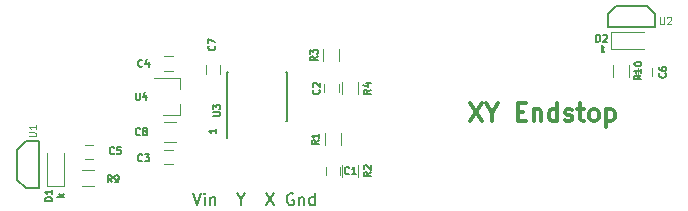
<source format=gbr>
G04 #@! TF.GenerationSoftware,KiCad,Pcbnew,(5.1.5)-3*
G04 #@! TF.CreationDate,2020-05-08T15:12:23-04:00*
G04 #@! TF.ProjectId,Hall_Effect_Endstop,48616c6c-5f45-4666-9665-63745f456e64,A*
G04 #@! TF.SameCoordinates,Original*
G04 #@! TF.FileFunction,Legend,Top*
G04 #@! TF.FilePolarity,Positive*
%FSLAX46Y46*%
G04 Gerber Fmt 4.6, Leading zero omitted, Abs format (unit mm)*
G04 Created by KiCad (PCBNEW (5.1.5)-3) date 2020-05-08 15:12:23*
%MOMM*%
%LPD*%
G04 APERTURE LIST*
%ADD10C,0.150000*%
%ADD11C,0.300000*%
%ADD12C,0.120000*%
G04 APERTURE END LIST*
D10*
X137361904Y-109384380D02*
X137695238Y-110384380D01*
X138028571Y-109384380D01*
X138361904Y-110384380D02*
X138361904Y-109717714D01*
X138361904Y-109384380D02*
X138314285Y-109432000D01*
X138361904Y-109479619D01*
X138409523Y-109432000D01*
X138361904Y-109384380D01*
X138361904Y-109479619D01*
X138838095Y-109717714D02*
X138838095Y-110384380D01*
X138838095Y-109812952D02*
X138885714Y-109765333D01*
X138980952Y-109717714D01*
X139123809Y-109717714D01*
X139219047Y-109765333D01*
X139266666Y-109860571D01*
X139266666Y-110384380D01*
X141457142Y-109908190D02*
X141457142Y-110384380D01*
X141123809Y-109384380D02*
X141457142Y-109908190D01*
X141790476Y-109384380D01*
X143552380Y-109384380D02*
X144219047Y-110384380D01*
X144219047Y-109384380D02*
X143552380Y-110384380D01*
X145885714Y-109432000D02*
X145790476Y-109384380D01*
X145647619Y-109384380D01*
X145504761Y-109432000D01*
X145409523Y-109527238D01*
X145361904Y-109622476D01*
X145314285Y-109812952D01*
X145314285Y-109955809D01*
X145361904Y-110146285D01*
X145409523Y-110241523D01*
X145504761Y-110336761D01*
X145647619Y-110384380D01*
X145742857Y-110384380D01*
X145885714Y-110336761D01*
X145933333Y-110289142D01*
X145933333Y-109955809D01*
X145742857Y-109955809D01*
X146361904Y-109717714D02*
X146361904Y-110384380D01*
X146361904Y-109812952D02*
X146409523Y-109765333D01*
X146504761Y-109717714D01*
X146647619Y-109717714D01*
X146742857Y-109765333D01*
X146790476Y-109860571D01*
X146790476Y-110384380D01*
X147695238Y-110384380D02*
X147695238Y-109384380D01*
X147695238Y-110336761D02*
X147600000Y-110384380D01*
X147409523Y-110384380D01*
X147314285Y-110336761D01*
X147266666Y-110289142D01*
X147219047Y-110193904D01*
X147219047Y-109908190D01*
X147266666Y-109812952D01*
X147314285Y-109765333D01*
X147409523Y-109717714D01*
X147600000Y-109717714D01*
X147695238Y-109765333D01*
X139336428Y-103968571D02*
X139336428Y-104311428D01*
X139336428Y-104140000D02*
X138736428Y-104140000D01*
X138822142Y-104197142D01*
X138879285Y-104254285D01*
X138907857Y-104311428D01*
X171985000Y-97426428D02*
X171985000Y-96826428D01*
X172042142Y-97197857D02*
X172213571Y-97426428D01*
X172213571Y-97026428D02*
X171985000Y-97255000D01*
X126471428Y-109700000D02*
X125871428Y-109700000D01*
X126242857Y-109642857D02*
X126471428Y-109471428D01*
X126071428Y-109471428D02*
X126300000Y-109700000D01*
D11*
X160857142Y-101778571D02*
X161857142Y-103278571D01*
X161857142Y-101778571D02*
X160857142Y-103278571D01*
X162714285Y-102564285D02*
X162714285Y-103278571D01*
X162214285Y-101778571D02*
X162714285Y-102564285D01*
X163214285Y-101778571D01*
X164857142Y-102492857D02*
X165357142Y-102492857D01*
X165571428Y-103278571D02*
X164857142Y-103278571D01*
X164857142Y-101778571D01*
X165571428Y-101778571D01*
X166214285Y-102278571D02*
X166214285Y-103278571D01*
X166214285Y-102421428D02*
X166285714Y-102350000D01*
X166428571Y-102278571D01*
X166642857Y-102278571D01*
X166785714Y-102350000D01*
X166857142Y-102492857D01*
X166857142Y-103278571D01*
X168214285Y-103278571D02*
X168214285Y-101778571D01*
X168214285Y-103207142D02*
X168071428Y-103278571D01*
X167785714Y-103278571D01*
X167642857Y-103207142D01*
X167571428Y-103135714D01*
X167500000Y-102992857D01*
X167500000Y-102564285D01*
X167571428Y-102421428D01*
X167642857Y-102350000D01*
X167785714Y-102278571D01*
X168071428Y-102278571D01*
X168214285Y-102350000D01*
X168857142Y-103207142D02*
X169000000Y-103278571D01*
X169285714Y-103278571D01*
X169428571Y-103207142D01*
X169500000Y-103064285D01*
X169500000Y-102992857D01*
X169428571Y-102850000D01*
X169285714Y-102778571D01*
X169071428Y-102778571D01*
X168928571Y-102707142D01*
X168857142Y-102564285D01*
X168857142Y-102492857D01*
X168928571Y-102350000D01*
X169071428Y-102278571D01*
X169285714Y-102278571D01*
X169428571Y-102350000D01*
X169928571Y-102278571D02*
X170500000Y-102278571D01*
X170142857Y-101778571D02*
X170142857Y-103064285D01*
X170214285Y-103207142D01*
X170357142Y-103278571D01*
X170500000Y-103278571D01*
X171214285Y-103278571D02*
X171071428Y-103207142D01*
X171000000Y-103135714D01*
X170928571Y-102992857D01*
X170928571Y-102564285D01*
X171000000Y-102421428D01*
X171071428Y-102350000D01*
X171214285Y-102278571D01*
X171428571Y-102278571D01*
X171571428Y-102350000D01*
X171642857Y-102421428D01*
X171714285Y-102564285D01*
X171714285Y-102992857D01*
X171642857Y-103135714D01*
X171571428Y-103207142D01*
X171428571Y-103278571D01*
X171214285Y-103278571D01*
X172357142Y-102278571D02*
X172357142Y-103778571D01*
X172357142Y-102350000D02*
X172500000Y-102278571D01*
X172785714Y-102278571D01*
X172928571Y-102350000D01*
X173000000Y-102421428D01*
X173071428Y-102564285D01*
X173071428Y-102992857D01*
X173000000Y-103135714D01*
X172928571Y-103207142D01*
X172785714Y-103278571D01*
X172500000Y-103278571D01*
X172357142Y-103207142D01*
D12*
X136260000Y-102780000D02*
X134800000Y-102780000D01*
X136260000Y-99620000D02*
X134100000Y-99620000D01*
X136260000Y-99620000D02*
X136260000Y-100550000D01*
X136260000Y-102780000D02*
X136260000Y-101850000D01*
D10*
X140275000Y-103275000D02*
X140275000Y-104675000D01*
X145375000Y-103275000D02*
X145375000Y-99125000D01*
X140225000Y-103275000D02*
X140225000Y-99125000D01*
X145375000Y-103275000D02*
X145230000Y-103275000D01*
X145375000Y-99125000D02*
X145230000Y-99125000D01*
X140225000Y-99125000D02*
X140370000Y-99125000D01*
X140225000Y-103275000D02*
X140275000Y-103275000D01*
X174500000Y-95300000D02*
X176500000Y-95300000D01*
X174500000Y-95300000D02*
X172500000Y-95300000D01*
X176500000Y-94200000D02*
X175800000Y-93500000D01*
X176500000Y-95300000D02*
X176500000Y-94200000D01*
X173200000Y-93500000D02*
X172500000Y-94200000D01*
X172500000Y-95300000D02*
X172500000Y-94200000D01*
X175800000Y-93500000D02*
X173200000Y-93500000D01*
X124300000Y-106980000D02*
X124300000Y-104980000D01*
X124300000Y-106980000D02*
X124300000Y-108980000D01*
X123200000Y-104980000D02*
X122500000Y-105680000D01*
X124300000Y-104980000D02*
X123200000Y-104980000D01*
X122500000Y-108280000D02*
X123200000Y-108980000D01*
X124300000Y-108980000D02*
X123200000Y-108980000D01*
X122500000Y-105680000D02*
X122500000Y-108280000D01*
D12*
X174298400Y-98522400D02*
X174298400Y-99522400D01*
X172938400Y-99522400D02*
X172938400Y-98522400D01*
X128008000Y-107410200D02*
X129008000Y-107410200D01*
X129008000Y-108770200D02*
X128008000Y-108770200D01*
X151380000Y-100000000D02*
X151380000Y-101000000D01*
X150020000Y-101000000D02*
X150020000Y-100000000D01*
X148420000Y-98200000D02*
X148420000Y-97200000D01*
X149780000Y-97200000D02*
X149780000Y-98200000D01*
X151380000Y-107000000D02*
X151380000Y-108000000D01*
X150020000Y-108000000D02*
X150020000Y-107000000D01*
X148520000Y-105300000D02*
X148520000Y-104300000D01*
X149880000Y-104300000D02*
X149880000Y-105300000D01*
X172758200Y-95731600D02*
X175558200Y-95731600D01*
X172758200Y-97131600D02*
X175558200Y-97131600D01*
X172758200Y-95731600D02*
X172758200Y-97131600D01*
X125050000Y-108800000D02*
X125050000Y-106000000D01*
X126450000Y-108800000D02*
X126450000Y-106000000D01*
X125050000Y-108800000D02*
X126450000Y-108800000D01*
X135900000Y-103350000D02*
X134900000Y-103350000D01*
X134900000Y-105050000D02*
X135900000Y-105050000D01*
X139700000Y-98550000D02*
X139700000Y-99250000D01*
X138500000Y-99250000D02*
X138500000Y-98550000D01*
X176250400Y-98774000D02*
X176250400Y-99474000D01*
X175050400Y-99474000D02*
X175050400Y-98774000D01*
X128222200Y-105305800D02*
X128922200Y-105305800D01*
X128922200Y-106505800D02*
X128222200Y-106505800D01*
X135650000Y-99000000D02*
X134950000Y-99000000D01*
X134950000Y-97800000D02*
X135650000Y-97800000D01*
X135650000Y-106900000D02*
X134950000Y-106900000D01*
X134950000Y-105700000D02*
X135650000Y-105700000D01*
X149700000Y-100150000D02*
X149700000Y-100850000D01*
X148500000Y-100850000D02*
X148500000Y-100150000D01*
X149800000Y-107150000D02*
X149800000Y-107850000D01*
X148600000Y-107850000D02*
X148600000Y-107150000D01*
D10*
X132542857Y-100871428D02*
X132542857Y-101357142D01*
X132571428Y-101414285D01*
X132600000Y-101442857D01*
X132657142Y-101471428D01*
X132771428Y-101471428D01*
X132828571Y-101442857D01*
X132857142Y-101414285D01*
X132885714Y-101357142D01*
X132885714Y-100871428D01*
X133428571Y-101071428D02*
X133428571Y-101471428D01*
X133285714Y-100842857D02*
X133142857Y-101271428D01*
X133514285Y-101271428D01*
X139071428Y-102857142D02*
X139557142Y-102857142D01*
X139614285Y-102828571D01*
X139642857Y-102800000D01*
X139671428Y-102742857D01*
X139671428Y-102628571D01*
X139642857Y-102571428D01*
X139614285Y-102542857D01*
X139557142Y-102514285D01*
X139071428Y-102514285D01*
X139071428Y-102285714D02*
X139071428Y-101914285D01*
X139300000Y-102114285D01*
X139300000Y-102028571D01*
X139328571Y-101971428D01*
X139357142Y-101942857D01*
X139414285Y-101914285D01*
X139557142Y-101914285D01*
X139614285Y-101942857D01*
X139642857Y-101971428D01*
X139671428Y-102028571D01*
X139671428Y-102200000D01*
X139642857Y-102257142D01*
X139614285Y-102285714D01*
D12*
X176922857Y-94471428D02*
X176922857Y-94957142D01*
X176951428Y-95014285D01*
X176980000Y-95042857D01*
X177037142Y-95071428D01*
X177151428Y-95071428D01*
X177208571Y-95042857D01*
X177237142Y-95014285D01*
X177265714Y-94957142D01*
X177265714Y-94471428D01*
X177522857Y-94528571D02*
X177551428Y-94500000D01*
X177608571Y-94471428D01*
X177751428Y-94471428D01*
X177808571Y-94500000D01*
X177837142Y-94528571D01*
X177865714Y-94585714D01*
X177865714Y-94642857D01*
X177837142Y-94728571D01*
X177494285Y-95071428D01*
X177865714Y-95071428D01*
X123471428Y-104557142D02*
X123957142Y-104557142D01*
X124014285Y-104528571D01*
X124042857Y-104500000D01*
X124071428Y-104442857D01*
X124071428Y-104328571D01*
X124042857Y-104271428D01*
X124014285Y-104242857D01*
X123957142Y-104214285D01*
X123471428Y-104214285D01*
X124071428Y-103614285D02*
X124071428Y-103957142D01*
X124071428Y-103785714D02*
X123471428Y-103785714D01*
X123557142Y-103842857D01*
X123614285Y-103900000D01*
X123642857Y-103957142D01*
D10*
X175339828Y-99408114D02*
X175054114Y-99608114D01*
X175339828Y-99750971D02*
X174739828Y-99750971D01*
X174739828Y-99522400D01*
X174768400Y-99465257D01*
X174796971Y-99436685D01*
X174854114Y-99408114D01*
X174939828Y-99408114D01*
X174996971Y-99436685D01*
X175025542Y-99465257D01*
X175054114Y-99522400D01*
X175054114Y-99750971D01*
X175339828Y-98836685D02*
X175339828Y-99179542D01*
X175339828Y-99008114D02*
X174739828Y-99008114D01*
X174825542Y-99065257D01*
X174882685Y-99122400D01*
X174911257Y-99179542D01*
X174739828Y-98465257D02*
X174739828Y-98408114D01*
X174768400Y-98350971D01*
X174796971Y-98322400D01*
X174854114Y-98293828D01*
X174968400Y-98265257D01*
X175111257Y-98265257D01*
X175225542Y-98293828D01*
X175282685Y-98322400D01*
X175311257Y-98350971D01*
X175339828Y-98408114D01*
X175339828Y-98465257D01*
X175311257Y-98522400D01*
X175282685Y-98550971D01*
X175225542Y-98579542D01*
X175111257Y-98608114D01*
X174968400Y-98608114D01*
X174854114Y-98579542D01*
X174796971Y-98550971D01*
X174768400Y-98522400D01*
X174739828Y-98465257D01*
X130500000Y-108471428D02*
X130300000Y-108185714D01*
X130157142Y-108471428D02*
X130157142Y-107871428D01*
X130385714Y-107871428D01*
X130442857Y-107900000D01*
X130471428Y-107928571D01*
X130500000Y-107985714D01*
X130500000Y-108071428D01*
X130471428Y-108128571D01*
X130442857Y-108157142D01*
X130385714Y-108185714D01*
X130157142Y-108185714D01*
X130785714Y-108471428D02*
X130900000Y-108471428D01*
X130957142Y-108442857D01*
X130985714Y-108414285D01*
X131042857Y-108328571D01*
X131071428Y-108214285D01*
X131071428Y-107985714D01*
X131042857Y-107928571D01*
X131014285Y-107900000D01*
X130957142Y-107871428D01*
X130842857Y-107871428D01*
X130785714Y-107900000D01*
X130757142Y-107928571D01*
X130728571Y-107985714D01*
X130728571Y-108128571D01*
X130757142Y-108185714D01*
X130785714Y-108214285D01*
X130842857Y-108242857D01*
X130957142Y-108242857D01*
X131014285Y-108214285D01*
X131042857Y-108185714D01*
X131071428Y-108128571D01*
X152421428Y-100600000D02*
X152135714Y-100800000D01*
X152421428Y-100942857D02*
X151821428Y-100942857D01*
X151821428Y-100714285D01*
X151850000Y-100657142D01*
X151878571Y-100628571D01*
X151935714Y-100600000D01*
X152021428Y-100600000D01*
X152078571Y-100628571D01*
X152107142Y-100657142D01*
X152135714Y-100714285D01*
X152135714Y-100942857D01*
X152021428Y-100085714D02*
X152421428Y-100085714D01*
X151792857Y-100228571D02*
X152221428Y-100371428D01*
X152221428Y-100000000D01*
X147921428Y-97800000D02*
X147635714Y-98000000D01*
X147921428Y-98142857D02*
X147321428Y-98142857D01*
X147321428Y-97914285D01*
X147350000Y-97857142D01*
X147378571Y-97828571D01*
X147435714Y-97800000D01*
X147521428Y-97800000D01*
X147578571Y-97828571D01*
X147607142Y-97857142D01*
X147635714Y-97914285D01*
X147635714Y-98142857D01*
X147321428Y-97600000D02*
X147321428Y-97228571D01*
X147550000Y-97428571D01*
X147550000Y-97342857D01*
X147578571Y-97285714D01*
X147607142Y-97257142D01*
X147664285Y-97228571D01*
X147807142Y-97228571D01*
X147864285Y-97257142D01*
X147892857Y-97285714D01*
X147921428Y-97342857D01*
X147921428Y-97514285D01*
X147892857Y-97571428D01*
X147864285Y-97600000D01*
X152421428Y-107600000D02*
X152135714Y-107800000D01*
X152421428Y-107942857D02*
X151821428Y-107942857D01*
X151821428Y-107714285D01*
X151850000Y-107657142D01*
X151878571Y-107628571D01*
X151935714Y-107600000D01*
X152021428Y-107600000D01*
X152078571Y-107628571D01*
X152107142Y-107657142D01*
X152135714Y-107714285D01*
X152135714Y-107942857D01*
X151878571Y-107371428D02*
X151850000Y-107342857D01*
X151821428Y-107285714D01*
X151821428Y-107142857D01*
X151850000Y-107085714D01*
X151878571Y-107057142D01*
X151935714Y-107028571D01*
X151992857Y-107028571D01*
X152078571Y-107057142D01*
X152421428Y-107400000D01*
X152421428Y-107028571D01*
X148021428Y-104900000D02*
X147735714Y-105100000D01*
X148021428Y-105242857D02*
X147421428Y-105242857D01*
X147421428Y-105014285D01*
X147450000Y-104957142D01*
X147478571Y-104928571D01*
X147535714Y-104900000D01*
X147621428Y-104900000D01*
X147678571Y-104928571D01*
X147707142Y-104957142D01*
X147735714Y-105014285D01*
X147735714Y-105242857D01*
X148021428Y-104328571D02*
X148021428Y-104671428D01*
X148021428Y-104500000D02*
X147421428Y-104500000D01*
X147507142Y-104557142D01*
X147564285Y-104614285D01*
X147592857Y-104671428D01*
X171517142Y-96549428D02*
X171517142Y-95949428D01*
X171660000Y-95949428D01*
X171745714Y-95978000D01*
X171802857Y-96035142D01*
X171831428Y-96092285D01*
X171860000Y-96206571D01*
X171860000Y-96292285D01*
X171831428Y-96406571D01*
X171802857Y-96463714D01*
X171745714Y-96520857D01*
X171660000Y-96549428D01*
X171517142Y-96549428D01*
X172088571Y-96006571D02*
X172117142Y-95978000D01*
X172174285Y-95949428D01*
X172317142Y-95949428D01*
X172374285Y-95978000D01*
X172402857Y-96006571D01*
X172431428Y-96063714D01*
X172431428Y-96120857D01*
X172402857Y-96206571D01*
X172060000Y-96549428D01*
X172431428Y-96549428D01*
X125471428Y-110042857D02*
X124871428Y-110042857D01*
X124871428Y-109900000D01*
X124900000Y-109814285D01*
X124957142Y-109757142D01*
X125014285Y-109728571D01*
X125128571Y-109700000D01*
X125214285Y-109700000D01*
X125328571Y-109728571D01*
X125385714Y-109757142D01*
X125442857Y-109814285D01*
X125471428Y-109900000D01*
X125471428Y-110042857D01*
X125471428Y-109128571D02*
X125471428Y-109471428D01*
X125471428Y-109300000D02*
X124871428Y-109300000D01*
X124957142Y-109357142D01*
X125014285Y-109414285D01*
X125042857Y-109471428D01*
X132900000Y-104414285D02*
X132871428Y-104442857D01*
X132785714Y-104471428D01*
X132728571Y-104471428D01*
X132642857Y-104442857D01*
X132585714Y-104385714D01*
X132557142Y-104328571D01*
X132528571Y-104214285D01*
X132528571Y-104128571D01*
X132557142Y-104014285D01*
X132585714Y-103957142D01*
X132642857Y-103900000D01*
X132728571Y-103871428D01*
X132785714Y-103871428D01*
X132871428Y-103900000D01*
X132900000Y-103928571D01*
X133242857Y-104128571D02*
X133185714Y-104100000D01*
X133157142Y-104071428D01*
X133128571Y-104014285D01*
X133128571Y-103985714D01*
X133157142Y-103928571D01*
X133185714Y-103900000D01*
X133242857Y-103871428D01*
X133357142Y-103871428D01*
X133414285Y-103900000D01*
X133442857Y-103928571D01*
X133471428Y-103985714D01*
X133471428Y-104014285D01*
X133442857Y-104071428D01*
X133414285Y-104100000D01*
X133357142Y-104128571D01*
X133242857Y-104128571D01*
X133185714Y-104157142D01*
X133157142Y-104185714D01*
X133128571Y-104242857D01*
X133128571Y-104357142D01*
X133157142Y-104414285D01*
X133185714Y-104442857D01*
X133242857Y-104471428D01*
X133357142Y-104471428D01*
X133414285Y-104442857D01*
X133442857Y-104414285D01*
X133471428Y-104357142D01*
X133471428Y-104242857D01*
X133442857Y-104185714D01*
X133414285Y-104157142D01*
X133357142Y-104128571D01*
X139214285Y-96900000D02*
X139242857Y-96928571D01*
X139271428Y-97014285D01*
X139271428Y-97071428D01*
X139242857Y-97157142D01*
X139185714Y-97214285D01*
X139128571Y-97242857D01*
X139014285Y-97271428D01*
X138928571Y-97271428D01*
X138814285Y-97242857D01*
X138757142Y-97214285D01*
X138700000Y-97157142D01*
X138671428Y-97071428D01*
X138671428Y-97014285D01*
X138700000Y-96928571D01*
X138728571Y-96900000D01*
X138671428Y-96700000D02*
X138671428Y-96300000D01*
X139271428Y-96557142D01*
X177364685Y-99224000D02*
X177393257Y-99252571D01*
X177421828Y-99338285D01*
X177421828Y-99395428D01*
X177393257Y-99481142D01*
X177336114Y-99538285D01*
X177278971Y-99566857D01*
X177164685Y-99595428D01*
X177078971Y-99595428D01*
X176964685Y-99566857D01*
X176907542Y-99538285D01*
X176850400Y-99481142D01*
X176821828Y-99395428D01*
X176821828Y-99338285D01*
X176850400Y-99252571D01*
X176878971Y-99224000D01*
X176821828Y-98709714D02*
X176821828Y-98824000D01*
X176850400Y-98881142D01*
X176878971Y-98909714D01*
X176964685Y-98966857D01*
X177078971Y-98995428D01*
X177307542Y-98995428D01*
X177364685Y-98966857D01*
X177393257Y-98938285D01*
X177421828Y-98881142D01*
X177421828Y-98766857D01*
X177393257Y-98709714D01*
X177364685Y-98681142D01*
X177307542Y-98652571D01*
X177164685Y-98652571D01*
X177107542Y-98681142D01*
X177078971Y-98709714D01*
X177050400Y-98766857D01*
X177050400Y-98881142D01*
X177078971Y-98938285D01*
X177107542Y-98966857D01*
X177164685Y-98995428D01*
X130700000Y-106014285D02*
X130671428Y-106042857D01*
X130585714Y-106071428D01*
X130528571Y-106071428D01*
X130442857Y-106042857D01*
X130385714Y-105985714D01*
X130357142Y-105928571D01*
X130328571Y-105814285D01*
X130328571Y-105728571D01*
X130357142Y-105614285D01*
X130385714Y-105557142D01*
X130442857Y-105500000D01*
X130528571Y-105471428D01*
X130585714Y-105471428D01*
X130671428Y-105500000D01*
X130700000Y-105528571D01*
X131242857Y-105471428D02*
X130957142Y-105471428D01*
X130928571Y-105757142D01*
X130957142Y-105728571D01*
X131014285Y-105700000D01*
X131157142Y-105700000D01*
X131214285Y-105728571D01*
X131242857Y-105757142D01*
X131271428Y-105814285D01*
X131271428Y-105957142D01*
X131242857Y-106014285D01*
X131214285Y-106042857D01*
X131157142Y-106071428D01*
X131014285Y-106071428D01*
X130957142Y-106042857D01*
X130928571Y-106014285D01*
X133100000Y-98614285D02*
X133071428Y-98642857D01*
X132985714Y-98671428D01*
X132928571Y-98671428D01*
X132842857Y-98642857D01*
X132785714Y-98585714D01*
X132757142Y-98528571D01*
X132728571Y-98414285D01*
X132728571Y-98328571D01*
X132757142Y-98214285D01*
X132785714Y-98157142D01*
X132842857Y-98100000D01*
X132928571Y-98071428D01*
X132985714Y-98071428D01*
X133071428Y-98100000D01*
X133100000Y-98128571D01*
X133614285Y-98271428D02*
X133614285Y-98671428D01*
X133471428Y-98042857D02*
X133328571Y-98471428D01*
X133700000Y-98471428D01*
X133100000Y-106614285D02*
X133071428Y-106642857D01*
X132985714Y-106671428D01*
X132928571Y-106671428D01*
X132842857Y-106642857D01*
X132785714Y-106585714D01*
X132757142Y-106528571D01*
X132728571Y-106414285D01*
X132728571Y-106328571D01*
X132757142Y-106214285D01*
X132785714Y-106157142D01*
X132842857Y-106100000D01*
X132928571Y-106071428D01*
X132985714Y-106071428D01*
X133071428Y-106100000D01*
X133100000Y-106128571D01*
X133300000Y-106071428D02*
X133671428Y-106071428D01*
X133471428Y-106300000D01*
X133557142Y-106300000D01*
X133614285Y-106328571D01*
X133642857Y-106357142D01*
X133671428Y-106414285D01*
X133671428Y-106557142D01*
X133642857Y-106614285D01*
X133614285Y-106642857D01*
X133557142Y-106671428D01*
X133385714Y-106671428D01*
X133328571Y-106642857D01*
X133300000Y-106614285D01*
X148044285Y-100600000D02*
X148072857Y-100628571D01*
X148101428Y-100714285D01*
X148101428Y-100771428D01*
X148072857Y-100857142D01*
X148015714Y-100914285D01*
X147958571Y-100942857D01*
X147844285Y-100971428D01*
X147758571Y-100971428D01*
X147644285Y-100942857D01*
X147587142Y-100914285D01*
X147530000Y-100857142D01*
X147501428Y-100771428D01*
X147501428Y-100714285D01*
X147530000Y-100628571D01*
X147558571Y-100600000D01*
X147558571Y-100371428D02*
X147530000Y-100342857D01*
X147501428Y-100285714D01*
X147501428Y-100142857D01*
X147530000Y-100085714D01*
X147558571Y-100057142D01*
X147615714Y-100028571D01*
X147672857Y-100028571D01*
X147758571Y-100057142D01*
X148101428Y-100400000D01*
X148101428Y-100028571D01*
X150600000Y-107714285D02*
X150571428Y-107742857D01*
X150485714Y-107771428D01*
X150428571Y-107771428D01*
X150342857Y-107742857D01*
X150285714Y-107685714D01*
X150257142Y-107628571D01*
X150228571Y-107514285D01*
X150228571Y-107428571D01*
X150257142Y-107314285D01*
X150285714Y-107257142D01*
X150342857Y-107200000D01*
X150428571Y-107171428D01*
X150485714Y-107171428D01*
X150571428Y-107200000D01*
X150600000Y-107228571D01*
X151171428Y-107771428D02*
X150828571Y-107771428D01*
X151000000Y-107771428D02*
X151000000Y-107171428D01*
X150942857Y-107257142D01*
X150885714Y-107314285D01*
X150828571Y-107342857D01*
M02*

</source>
